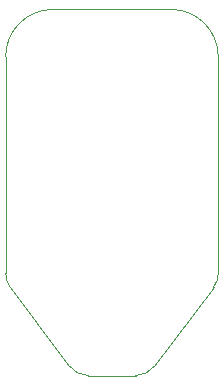
<source format=gbr>
%TF.GenerationSoftware,KiCad,Pcbnew,5.1.9+dfsg1-1+deb11u1*%
%TF.CreationDate,2023-07-29T18:16:24+09:00*%
%TF.ProjectId,probe-adapter,70726f62-652d-4616-9461-707465722e6b,rev?*%
%TF.SameCoordinates,Original*%
%TF.FileFunction,Profile,NP*%
%FSLAX46Y46*%
G04 Gerber Fmt 4.6, Leading zero omitted, Abs format (unit mm)*
G04 Created by KiCad (PCBNEW 5.1.9+dfsg1-1+deb11u1) date 2023-07-29 18:16:24*
%MOMM*%
%LPD*%
G01*
G04 APERTURE LIST*
%TA.AperFunction,Profile*%
%ADD10C,0.050000*%
%TD*%
G04 APERTURE END LIST*
D10*
X183500000Y-128500000D02*
X179500000Y-128500000D01*
X185100000Y-127700000D02*
X190100000Y-121033300D01*
X172500000Y-101500000D02*
G75*
G02*
X176500000Y-97500000I4000000J0D01*
G01*
X177900000Y-127700000D02*
X172900000Y-121033300D01*
X185100000Y-127700000D02*
G75*
G02*
X183500000Y-128500000I-1600000J1200000D01*
G01*
X179500000Y-128499999D02*
G75*
G02*
X177900003Y-127700002I0J1999999D01*
G01*
X172500000Y-119833300D02*
X172500000Y-101500000D01*
X172900002Y-121033303D02*
G75*
G02*
X172500000Y-119833300I1599998J1200003D01*
G01*
X190500000Y-101500000D02*
X190500000Y-119833300D01*
X190499999Y-119833301D02*
G75*
G02*
X190099999Y-121033300I-1999999J1D01*
G01*
X186500000Y-97500000D02*
G75*
G02*
X190500000Y-101500000I0J-4000000D01*
G01*
X176500000Y-97500000D02*
X186500000Y-97500000D01*
M02*

</source>
